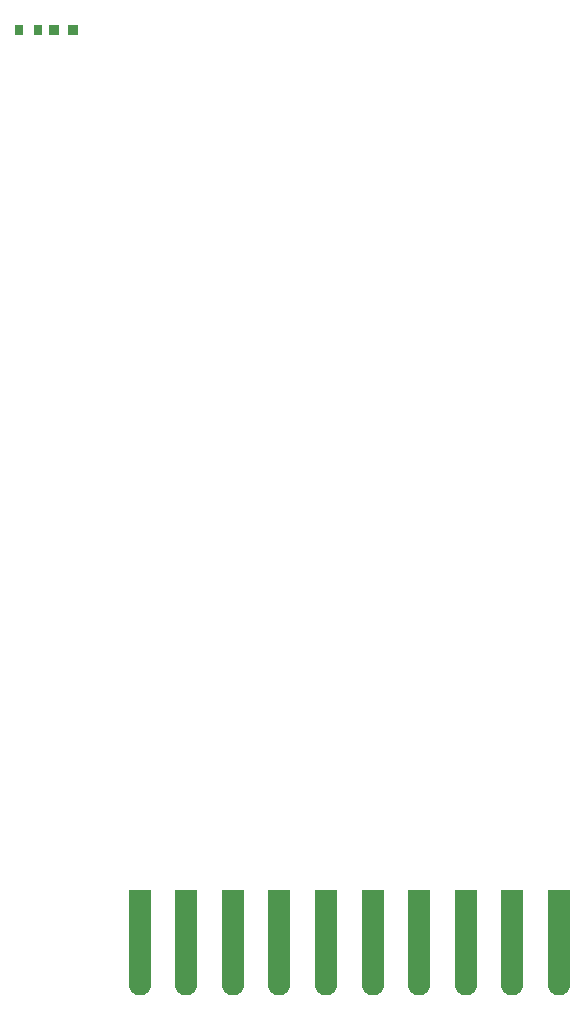
<source format=gbr>
G04 DipTrace 4.3.0.5*
G04 BotomPaste.gbr*
%MOMM*%
G04 #@! TF.FileFunction,Paste,Bot*
G04 #@! TF.Part,Single*
%AMOUTLINE17*
4,1,15,
-0.95,4.45,
0.95,4.45,
0.95,-3.49672,
0.91721,-3.74577,
0.82235,-3.97478,
0.67145,-4.17145,
0.47478,-4.32235,
0.24577,-4.41721,
0.0,-4.44957,
-0.24577,-4.41721,
-0.47478,-4.32235,
-0.67145,-4.17145,
-0.82235,-3.97478,
-0.91721,-3.74577,
-0.95,-3.49672,
-0.95,4.45,
0*%
%ADD41R,0.85X0.9*%
%ADD45R,0.8X0.9*%
%ADD71OUTLINE17*%
%FSLAX35Y35*%
G04*
G71*
G90*
G75*
G01*
G04 BotPaste*
%LPD*%
D45*
X-6124100Y-1940200D3*
X-6284100D3*
D71*
X-5260000Y-9672000D3*
X-4865600D3*
X-4471100D3*
X-4076700D3*
X-3682200D3*
X-3287800D3*
X-2893300D3*
X-2498900D3*
X-2104400D3*
X-1710000D3*
D41*
X-5983100Y-1936803D3*
X-5823100Y-1936797D3*
M02*

</source>
